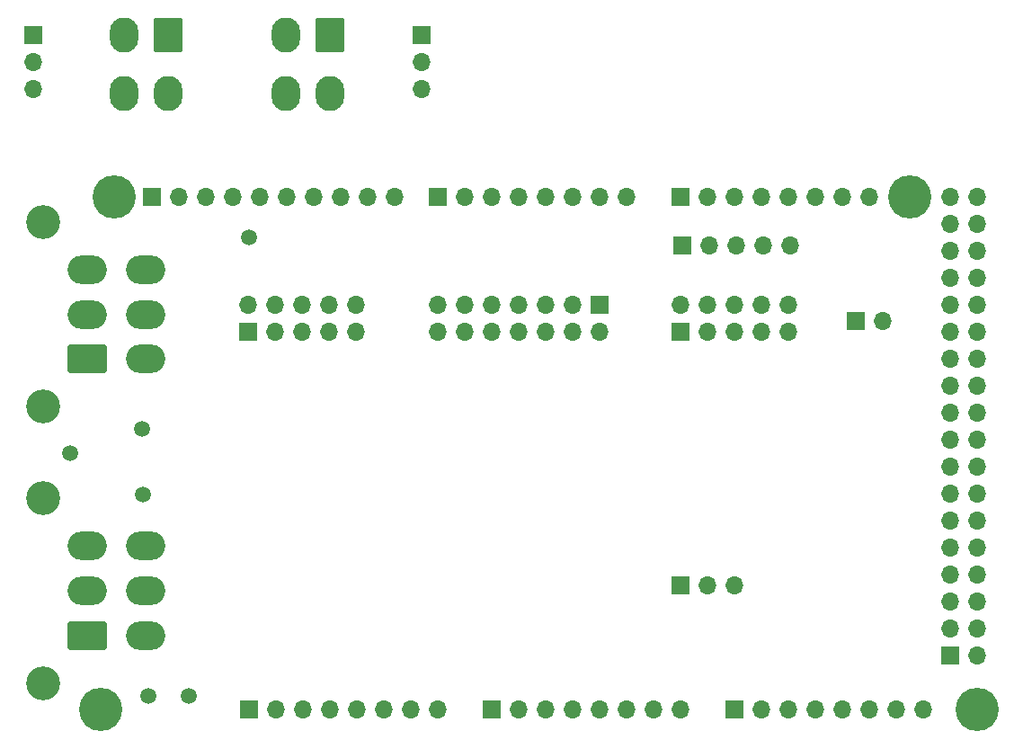
<source format=gbr>
%TF.GenerationSoftware,KiCad,Pcbnew,(6.0.9)*%
%TF.CreationDate,2023-01-21T17:33:27-09:00*%
%TF.ProjectId,CONTROLLER_Standby Instrument,434f4e54-524f-44c4-9c45-525f5374616e,rev?*%
%TF.SameCoordinates,Original*%
%TF.FileFunction,Soldermask,Bot*%
%TF.FilePolarity,Negative*%
%FSLAX46Y46*%
G04 Gerber Fmt 4.6, Leading zero omitted, Abs format (unit mm)*
G04 Created by KiCad (PCBNEW (6.0.9)) date 2023-01-21 17:33:27*
%MOMM*%
%LPD*%
G01*
G04 APERTURE LIST*
G04 Aperture macros list*
%AMRoundRect*
0 Rectangle with rounded corners*
0 $1 Rounding radius*
0 $2 $3 $4 $5 $6 $7 $8 $9 X,Y pos of 4 corners*
0 Add a 4 corners polygon primitive as box body*
4,1,4,$2,$3,$4,$5,$6,$7,$8,$9,$2,$3,0*
0 Add four circle primitives for the rounded corners*
1,1,$1+$1,$2,$3*
1,1,$1+$1,$4,$5*
1,1,$1+$1,$6,$7*
1,1,$1+$1,$8,$9*
0 Add four rect primitives between the rounded corners*
20,1,$1+$1,$2,$3,$4,$5,0*
20,1,$1+$1,$4,$5,$6,$7,0*
20,1,$1+$1,$6,$7,$8,$9,0*
20,1,$1+$1,$8,$9,$2,$3,0*%
G04 Aperture macros list end*
%ADD10C,3.200000*%
%ADD11RoundRect,0.250001X1.599999X-1.099999X1.599999X1.099999X-1.599999X1.099999X-1.599999X-1.099999X0*%
%ADD12O,3.700000X2.700000*%
%ADD13RoundRect,0.250001X1.099999X1.399999X-1.099999X1.399999X-1.099999X-1.399999X1.099999X-1.399999X0*%
%ADD14O,2.700000X3.300000*%
%ADD15O,1.700000X1.700000*%
%ADD16R,1.700000X1.700000*%
%ADD17C,4.064000*%
%ADD18C,1.500000*%
G04 APERTURE END LIST*
D10*
%TO.C,J2*%
X5960000Y22425000D03*
X5960000Y5025000D03*
D11*
X10160000Y9525000D03*
D12*
X10160000Y13725000D03*
X10160000Y17925000D03*
X15660000Y9525000D03*
X15660000Y13725000D03*
X15660000Y17925000D03*
%TD*%
D10*
%TO.C,J1*%
X5960000Y48460000D03*
X5960000Y31060000D03*
D11*
X10160000Y35560000D03*
D12*
X10160000Y39760000D03*
X10160000Y43960000D03*
X15660000Y35560000D03*
X15660000Y39760000D03*
X15660000Y43960000D03*
%TD*%
D13*
%TO.C,J4*%
X33020000Y66040000D03*
D14*
X28820000Y66040000D03*
X33020000Y60540000D03*
X28820000Y60540000D03*
%TD*%
D13*
%TO.C,J3*%
X17780000Y66040000D03*
D14*
X13580000Y66040000D03*
X17780000Y60540000D03*
X13580000Y60540000D03*
%TD*%
D15*
%TO.C,JP2*%
X41656000Y60960000D03*
X41656000Y63500000D03*
D16*
X41656000Y66040000D03*
%TD*%
D15*
%TO.C,JP1*%
X5080000Y60960000D03*
X5080000Y63500000D03*
D16*
X5080000Y66040000D03*
%TD*%
D15*
%TO.C,J10*%
X85090000Y39116000D03*
D16*
X82550000Y39116000D03*
%TD*%
D15*
%TO.C,J9*%
X76327000Y46228000D03*
X73787000Y46228000D03*
X71247000Y46228000D03*
X68707000Y46228000D03*
D16*
X66167000Y46228000D03*
%TD*%
D15*
%TO.C,J8*%
X71120000Y14224000D03*
X68580000Y14224000D03*
D16*
X66040000Y14224000D03*
%TD*%
D15*
%TO.C,J7*%
X76200000Y40640000D03*
X76200000Y38100000D03*
X73660000Y40640000D03*
X73660000Y38100000D03*
X71120000Y40640000D03*
X71120000Y38100000D03*
X68580000Y40640000D03*
X68580000Y38100000D03*
X66040000Y40640000D03*
D16*
X66040000Y38100000D03*
%TD*%
D15*
%TO.C,J6*%
X43180000Y38100000D03*
X43180000Y40640000D03*
X45720000Y38100000D03*
X45720000Y40640000D03*
X48260000Y38100000D03*
X48260000Y40640000D03*
X50800000Y38100000D03*
X50800000Y40640000D03*
X53340000Y38100000D03*
X53340000Y40640000D03*
X55880000Y38100000D03*
X55880000Y40640000D03*
X58420000Y38100000D03*
D16*
X58420000Y40640000D03*
%TD*%
D15*
%TO.C,J5*%
X35433000Y40640000D03*
X35433000Y38100000D03*
X32893000Y40640000D03*
X32893000Y38100000D03*
X30353000Y40640000D03*
X30353000Y38100000D03*
X27813000Y40640000D03*
X27813000Y38100000D03*
X25273000Y40640000D03*
D16*
X25273000Y38100000D03*
%TD*%
%TO.C,P1*%
X91440000Y7620000D03*
D15*
X93980000Y7620000D03*
X91440000Y10160000D03*
X93980000Y10160000D03*
X91440000Y12700000D03*
X93980000Y12700000D03*
X91440000Y15240000D03*
X93980000Y15240000D03*
X91440000Y17780000D03*
X93980000Y17780000D03*
X91440000Y20320000D03*
X93980000Y20320000D03*
X91440000Y22860000D03*
X93980000Y22860000D03*
X91440000Y25400000D03*
X93980000Y25400000D03*
X91440000Y27940000D03*
X93980000Y27940000D03*
X91440000Y30480000D03*
X93980000Y30480000D03*
X91440000Y33020000D03*
X93980000Y33020000D03*
X91440000Y35560000D03*
X93980000Y35560000D03*
X91440000Y38100000D03*
X93980000Y38100000D03*
X91440000Y40640000D03*
X93980000Y40640000D03*
X91440000Y43180000D03*
X93980000Y43180000D03*
X91440000Y45720000D03*
X93980000Y45720000D03*
X91440000Y48260000D03*
X93980000Y48260000D03*
X91440000Y50800000D03*
X93980000Y50800000D03*
%TD*%
D16*
%TO.C,P5*%
X16256000Y50800000D03*
D15*
X18796000Y50800000D03*
X21336000Y50800000D03*
X23876000Y50800000D03*
X26416000Y50800000D03*
X28956000Y50800000D03*
X31496000Y50800000D03*
X34036000Y50800000D03*
X36576000Y50800000D03*
X39116000Y50800000D03*
%TD*%
%TO.C,P7*%
X83820000Y50800000D03*
X81280000Y50800000D03*
X78740000Y50800000D03*
X76200000Y50800000D03*
X73660000Y50800000D03*
X71120000Y50800000D03*
X68580000Y50800000D03*
D16*
X66040000Y50800000D03*
%TD*%
D17*
%TO.C,MK1*%
X11430000Y2540000D03*
%TD*%
%TO.C,MK3*%
X93980000Y2540000D03*
%TD*%
%TO.C,MK4*%
X12700000Y50800000D03*
%TD*%
%TO.C,MK4*%
X87630000Y50800000D03*
%TD*%
D16*
%TO.C,P2*%
X25400000Y2540000D03*
D15*
X27940000Y2540000D03*
X30480000Y2540000D03*
X33020000Y2540000D03*
X35560000Y2540000D03*
X38100000Y2540000D03*
X40640000Y2540000D03*
X43180000Y2540000D03*
%TD*%
D16*
%TO.C,P3*%
X48260000Y2540000D03*
D15*
X50800000Y2540000D03*
X53340000Y2540000D03*
X55880000Y2540000D03*
X58420000Y2540000D03*
X60960000Y2540000D03*
X63500000Y2540000D03*
X66040000Y2540000D03*
%TD*%
D16*
%TO.C,P4*%
X71120000Y2540000D03*
D15*
X73660000Y2540000D03*
X76200000Y2540000D03*
X78740000Y2540000D03*
X81280000Y2540000D03*
X83820000Y2540000D03*
X86360000Y2540000D03*
X88900000Y2540000D03*
%TD*%
%TO.C,P4*%
X60960000Y50800000D03*
X58420000Y50800000D03*
X55880000Y50800000D03*
X53340000Y50800000D03*
X50800000Y50800000D03*
X48260000Y50800000D03*
X45720000Y50800000D03*
D16*
X43180000Y50800000D03*
%TD*%
D18*
%TO.C,TP1*%
X8509000Y26670000D03*
%TD*%
%TO.C,TP2*%
X19685000Y3810000D03*
%TD*%
%TO.C,TP3*%
X15875000Y3810000D03*
%TD*%
%TO.C,TP4*%
X25400000Y46990000D03*
%TD*%
%TO.C,TP5*%
X15303500Y28956000D03*
%TD*%
%TO.C,TP6*%
X15367000Y22796500D03*
%TD*%
M02*

</source>
